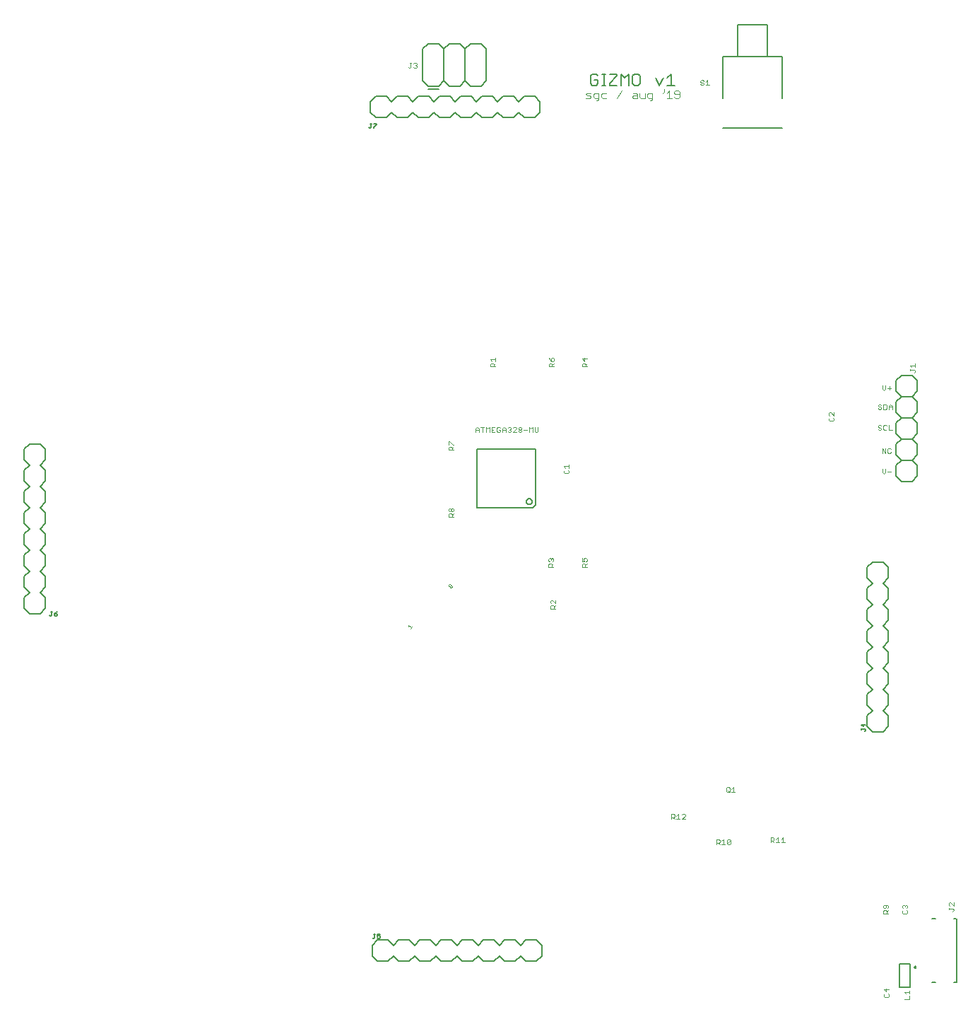
<source format=gbr>
G04 EAGLE Gerber RS-274X export*
G75*
%MOMM*%
%FSLAX34Y34*%
%LPD*%
%INSilkscreen Top*%
%IPPOS*%
%AMOC8*
5,1,8,0,0,1.08239X$1,22.5*%
G01*
%ADD10C,0.101600*%
%ADD11C,0.076200*%
%ADD12C,0.152400*%
%ADD13C,0.127000*%
%ADD14C,0.200000*%
%ADD15C,0.203200*%


D10*
X623008Y715508D02*
X623008Y719501D01*
X625004Y721497D01*
X627001Y719501D01*
X627001Y715508D01*
X627001Y718503D02*
X623008Y718503D01*
X631450Y715508D02*
X631450Y721497D01*
X629454Y721497D02*
X633446Y721497D01*
X635899Y721497D02*
X635899Y715508D01*
X637895Y719501D02*
X635899Y721497D01*
X637895Y719501D02*
X639892Y721497D01*
X639892Y715508D01*
X642345Y721497D02*
X646337Y721497D01*
X642345Y721497D02*
X642345Y715508D01*
X646337Y715508D01*
X644341Y718503D02*
X642345Y718503D01*
X651785Y721497D02*
X652783Y720499D01*
X651785Y721497D02*
X649788Y721497D01*
X648790Y720499D01*
X648790Y716506D01*
X649788Y715508D01*
X651785Y715508D01*
X652783Y716506D01*
X652783Y718503D01*
X650786Y718503D01*
X655236Y719501D02*
X655236Y715508D01*
X655236Y719501D02*
X657232Y721497D01*
X659228Y719501D01*
X659228Y715508D01*
X659228Y718503D02*
X655236Y718503D01*
X661681Y720499D02*
X662679Y721497D01*
X664676Y721497D01*
X665674Y720499D01*
X665674Y719501D01*
X664676Y718503D01*
X663677Y718503D01*
X664676Y718503D02*
X665674Y717504D01*
X665674Y716506D01*
X664676Y715508D01*
X662679Y715508D01*
X661681Y716506D01*
X668127Y715508D02*
X672119Y715508D01*
X668127Y715508D02*
X672119Y719501D01*
X672119Y720499D01*
X671121Y721497D01*
X669125Y721497D01*
X668127Y720499D01*
X674572Y720499D02*
X675570Y721497D01*
X677567Y721497D01*
X678565Y720499D01*
X678565Y719501D01*
X677567Y718503D01*
X678565Y717504D01*
X678565Y716506D01*
X677567Y715508D01*
X675570Y715508D01*
X674572Y716506D01*
X674572Y717504D01*
X675570Y718503D01*
X674572Y719501D01*
X674572Y720499D01*
X675570Y718503D02*
X677567Y718503D01*
X681018Y718503D02*
X685010Y718503D01*
X687463Y721497D02*
X687463Y715508D01*
X689459Y719501D02*
X687463Y721497D01*
X689459Y719501D02*
X691456Y721497D01*
X691456Y715508D01*
X693909Y716506D02*
X693909Y721497D01*
X693909Y716506D02*
X694907Y715508D01*
X696903Y715508D01*
X697901Y716506D01*
X697901Y721497D01*
D11*
X543000Y484538D02*
X543000Y482538D01*
X543000Y484538D02*
X546000Y481539D01*
X546999Y482538D02*
X545000Y480539D01*
X590873Y531410D02*
X590873Y532410D01*
X591873Y533410D01*
X592872Y533410D01*
X593372Y532910D01*
X593372Y531910D01*
X594372Y531910D01*
X594872Y531410D01*
X594872Y530411D01*
X593872Y529411D01*
X592872Y529411D01*
X592372Y529911D01*
X592372Y530911D01*
X591373Y530911D01*
X590873Y531410D01*
X592372Y530911D02*
X593372Y531910D01*
D10*
X1110508Y767504D02*
X1110508Y771497D01*
X1110508Y767504D02*
X1112504Y765508D01*
X1114501Y767504D01*
X1114501Y771497D01*
X1116954Y768503D02*
X1120946Y768503D01*
X1118950Y770499D02*
X1118950Y766506D01*
X1108503Y723997D02*
X1109501Y722999D01*
X1108503Y723997D02*
X1106506Y723997D01*
X1105508Y722999D01*
X1105508Y722001D01*
X1106506Y721003D01*
X1108503Y721003D01*
X1109501Y720004D01*
X1109501Y719006D01*
X1108503Y718008D01*
X1106506Y718008D01*
X1105508Y719006D01*
X1114948Y723997D02*
X1115946Y722999D01*
X1114948Y723997D02*
X1112952Y723997D01*
X1111954Y722999D01*
X1111954Y719006D01*
X1112952Y718008D01*
X1114948Y718008D01*
X1115946Y719006D01*
X1118399Y718008D02*
X1118399Y723997D01*
X1118399Y718008D02*
X1122392Y718008D01*
X1109501Y747999D02*
X1108503Y748997D01*
X1106506Y748997D01*
X1105508Y747999D01*
X1105508Y747001D01*
X1106506Y746003D01*
X1108503Y746003D01*
X1109501Y745004D01*
X1109501Y744006D01*
X1108503Y743008D01*
X1106506Y743008D01*
X1105508Y744006D01*
X1111954Y743008D02*
X1111954Y748997D01*
X1111954Y743008D02*
X1114948Y743008D01*
X1115946Y744006D01*
X1115946Y747999D01*
X1114948Y748997D01*
X1111954Y748997D01*
X1118399Y747001D02*
X1118399Y743008D01*
X1118399Y747001D02*
X1120395Y748997D01*
X1122392Y747001D01*
X1122392Y743008D01*
X1122392Y746003D02*
X1118399Y746003D01*
X1110508Y671497D02*
X1110508Y667504D01*
X1112504Y665508D01*
X1114501Y667504D01*
X1114501Y671497D01*
X1116954Y668503D02*
X1120946Y668503D01*
X1110508Y690508D02*
X1110508Y696497D01*
X1114501Y690508D01*
X1114501Y696497D01*
X1119948Y696497D02*
X1120946Y695499D01*
X1119948Y696497D02*
X1117952Y696497D01*
X1116954Y695499D01*
X1116954Y691506D01*
X1117952Y690508D01*
X1119948Y690508D01*
X1120946Y691506D01*
D12*
X769754Y1142002D02*
X767506Y1144250D01*
X763010Y1144250D01*
X760762Y1142002D01*
X760762Y1133010D01*
X763010Y1130762D01*
X767506Y1130762D01*
X769754Y1133010D01*
X769754Y1137506D01*
X765258Y1137506D01*
X774574Y1130762D02*
X779070Y1130762D01*
X776822Y1130762D02*
X776822Y1144250D01*
X774574Y1144250D02*
X779070Y1144250D01*
X783782Y1144250D02*
X792773Y1144250D01*
X792773Y1142002D01*
X783782Y1133010D01*
X783782Y1130762D01*
X792773Y1130762D01*
X797593Y1130762D02*
X797593Y1144250D01*
X802089Y1139754D01*
X806585Y1144250D01*
X806585Y1130762D01*
X813653Y1144250D02*
X818149Y1144250D01*
X813653Y1144250D02*
X811405Y1142002D01*
X811405Y1133010D01*
X813653Y1130762D01*
X818149Y1130762D01*
X820397Y1133010D01*
X820397Y1142002D01*
X818149Y1144250D01*
X839029Y1139754D02*
X843525Y1130762D01*
X848020Y1139754D01*
X852841Y1139754D02*
X857336Y1144250D01*
X857336Y1130762D01*
X852841Y1130762D02*
X861832Y1130762D01*
D10*
X760004Y1115508D02*
X755508Y1115508D01*
X760004Y1115508D02*
X761502Y1117007D01*
X760004Y1118505D01*
X757007Y1118505D01*
X755508Y1120004D01*
X757007Y1121502D01*
X761502Y1121502D01*
X767713Y1112511D02*
X769212Y1112511D01*
X770710Y1114009D01*
X770710Y1121502D01*
X766214Y1121502D01*
X764716Y1120004D01*
X764716Y1117007D01*
X766214Y1115508D01*
X770710Y1115508D01*
X775422Y1121502D02*
X779918Y1121502D01*
X775422Y1121502D02*
X773924Y1120004D01*
X773924Y1117007D01*
X775422Y1115508D01*
X779918Y1115508D01*
X792339Y1115508D02*
X798334Y1124500D01*
X812254Y1121502D02*
X815251Y1121502D01*
X816750Y1120004D01*
X816750Y1115508D01*
X812254Y1115508D01*
X810755Y1117007D01*
X812254Y1118505D01*
X816750Y1118505D01*
X819963Y1117007D02*
X819963Y1121502D01*
X819963Y1117007D02*
X821462Y1115508D01*
X825957Y1115508D01*
X825957Y1121502D01*
X832168Y1112511D02*
X833667Y1112511D01*
X835165Y1114009D01*
X835165Y1121502D01*
X830669Y1121502D01*
X829171Y1120004D01*
X829171Y1117007D01*
X830669Y1115508D01*
X835165Y1115508D01*
X849085Y1123001D02*
X849085Y1125998D01*
X849085Y1123001D02*
X847586Y1121502D01*
X852190Y1121502D02*
X855188Y1124500D01*
X855188Y1115508D01*
X858185Y1115508D02*
X852190Y1115508D01*
X861398Y1117007D02*
X862897Y1115508D01*
X865894Y1115508D01*
X867393Y1117007D01*
X867393Y1123001D01*
X865894Y1124500D01*
X862897Y1124500D01*
X861398Y1123001D01*
X861398Y1121502D01*
X862897Y1120004D01*
X867393Y1120004D01*
D12*
X624950Y695050D02*
X624950Y624950D01*
X624950Y695050D02*
X695050Y695050D01*
X695050Y628500D01*
X691500Y624950D02*
X624950Y624950D01*
X691500Y624950D02*
X695050Y628500D01*
X683840Y632568D02*
X683842Y632687D01*
X683848Y632807D01*
X683858Y632926D01*
X683872Y633044D01*
X683890Y633162D01*
X683911Y633280D01*
X683937Y633396D01*
X683966Y633512D01*
X684000Y633627D01*
X684037Y633740D01*
X684078Y633852D01*
X684122Y633963D01*
X684170Y634073D01*
X684222Y634180D01*
X684277Y634286D01*
X684336Y634390D01*
X684399Y634492D01*
X684464Y634591D01*
X684533Y634689D01*
X684605Y634784D01*
X684680Y634877D01*
X684759Y634967D01*
X684840Y635055D01*
X684924Y635139D01*
X685011Y635221D01*
X685100Y635300D01*
X685192Y635376D01*
X685287Y635449D01*
X685384Y635519D01*
X685483Y635585D01*
X685585Y635648D01*
X685688Y635708D01*
X685793Y635764D01*
X685900Y635817D01*
X686009Y635866D01*
X686120Y635912D01*
X686232Y635953D01*
X686345Y635991D01*
X686459Y636026D01*
X686575Y636056D01*
X686691Y636083D01*
X686808Y636105D01*
X686926Y636124D01*
X687045Y636139D01*
X687164Y636150D01*
X687283Y636157D01*
X687402Y636160D01*
X687522Y636159D01*
X687641Y636154D01*
X687760Y636145D01*
X687879Y636132D01*
X687997Y636115D01*
X688114Y636095D01*
X688231Y636070D01*
X688347Y636041D01*
X688462Y636009D01*
X688576Y635973D01*
X688689Y635933D01*
X688800Y635889D01*
X688909Y635842D01*
X689017Y635791D01*
X689124Y635737D01*
X689228Y635679D01*
X689330Y635617D01*
X689431Y635553D01*
X689529Y635484D01*
X689625Y635413D01*
X689718Y635339D01*
X689809Y635261D01*
X689897Y635181D01*
X689982Y635097D01*
X690065Y635011D01*
X690145Y634922D01*
X690222Y634831D01*
X690295Y634737D01*
X690366Y634640D01*
X690433Y634542D01*
X690497Y634441D01*
X690558Y634338D01*
X690615Y634233D01*
X690668Y634127D01*
X690718Y634018D01*
X690765Y633908D01*
X690807Y633797D01*
X690846Y633684D01*
X690882Y633570D01*
X690913Y633454D01*
X690940Y633338D01*
X690964Y633221D01*
X690984Y633103D01*
X691000Y632985D01*
X691012Y632866D01*
X691020Y632747D01*
X691024Y632628D01*
X691024Y632508D01*
X691020Y632389D01*
X691012Y632270D01*
X691000Y632151D01*
X690984Y632033D01*
X690964Y631915D01*
X690940Y631798D01*
X690913Y631682D01*
X690882Y631566D01*
X690846Y631452D01*
X690807Y631339D01*
X690765Y631228D01*
X690718Y631118D01*
X690668Y631009D01*
X690615Y630903D01*
X690558Y630798D01*
X690497Y630695D01*
X690433Y630594D01*
X690366Y630496D01*
X690295Y630399D01*
X690222Y630305D01*
X690145Y630214D01*
X690065Y630125D01*
X689982Y630039D01*
X689897Y629955D01*
X689809Y629875D01*
X689718Y629797D01*
X689625Y629723D01*
X689529Y629652D01*
X689431Y629583D01*
X689330Y629519D01*
X689228Y629457D01*
X689124Y629399D01*
X689017Y629345D01*
X688909Y629294D01*
X688800Y629247D01*
X688689Y629203D01*
X688576Y629163D01*
X688462Y629127D01*
X688347Y629095D01*
X688231Y629066D01*
X688114Y629041D01*
X687997Y629021D01*
X687879Y629004D01*
X687760Y628991D01*
X687641Y628982D01*
X687522Y628977D01*
X687402Y628976D01*
X687283Y628979D01*
X687164Y628986D01*
X687045Y628997D01*
X686926Y629012D01*
X686808Y629031D01*
X686691Y629053D01*
X686575Y629080D01*
X686459Y629110D01*
X686345Y629145D01*
X686232Y629183D01*
X686120Y629224D01*
X686009Y629270D01*
X685900Y629319D01*
X685793Y629372D01*
X685688Y629428D01*
X685585Y629488D01*
X685483Y629551D01*
X685384Y629617D01*
X685287Y629687D01*
X685192Y629760D01*
X685100Y629836D01*
X685011Y629915D01*
X684924Y629997D01*
X684840Y630081D01*
X684759Y630169D01*
X684680Y630259D01*
X684605Y630352D01*
X684533Y630447D01*
X684464Y630545D01*
X684399Y630644D01*
X684336Y630746D01*
X684277Y630850D01*
X684222Y630956D01*
X684170Y631063D01*
X684122Y631173D01*
X684078Y631284D01*
X684037Y631396D01*
X684000Y631509D01*
X683966Y631624D01*
X683937Y631740D01*
X683911Y631856D01*
X683890Y631974D01*
X683872Y632092D01*
X683858Y632210D01*
X683848Y632329D01*
X683842Y632449D01*
X683840Y632568D01*
D10*
X646872Y794063D02*
X640883Y794063D01*
X640883Y797057D01*
X641881Y798055D01*
X643877Y798055D01*
X644876Y797057D01*
X644876Y794063D01*
X644876Y796059D02*
X646872Y798055D01*
X642879Y800508D02*
X640883Y802504D01*
X646872Y802504D01*
X646872Y800508D02*
X646872Y804501D01*
X713123Y504063D02*
X719112Y504063D01*
X713123Y504063D02*
X713123Y507057D01*
X714121Y508055D01*
X716117Y508055D01*
X717116Y507057D01*
X717116Y504063D01*
X717116Y506059D02*
X719112Y508055D01*
X719112Y510508D02*
X719112Y514501D01*
X719112Y510508D02*
X715119Y514501D01*
X714121Y514501D01*
X713123Y513503D01*
X713123Y511506D01*
X714121Y510508D01*
X716612Y554063D02*
X710623Y554063D01*
X710623Y557057D01*
X711621Y558055D01*
X713617Y558055D01*
X714616Y557057D01*
X714616Y554063D01*
X714616Y556059D02*
X716612Y558055D01*
X711621Y560508D02*
X710623Y561506D01*
X710623Y563503D01*
X711621Y564501D01*
X712619Y564501D01*
X713617Y563503D01*
X713617Y562504D01*
X713617Y563503D02*
X714616Y564501D01*
X715614Y564501D01*
X716612Y563503D01*
X716612Y561506D01*
X715614Y560508D01*
X750883Y794063D02*
X756872Y794063D01*
X750883Y794063D02*
X750883Y797057D01*
X751881Y798055D01*
X753877Y798055D01*
X754876Y797057D01*
X754876Y794063D01*
X754876Y796059D02*
X756872Y798055D01*
X756872Y803503D02*
X750883Y803503D01*
X753877Y800508D01*
X753877Y804501D01*
X756612Y554063D02*
X750623Y554063D01*
X750623Y557057D01*
X751621Y558055D01*
X753617Y558055D01*
X754616Y557057D01*
X754616Y554063D01*
X754616Y556059D02*
X756612Y558055D01*
X750623Y560508D02*
X750623Y564501D01*
X750623Y560508D02*
X753617Y560508D01*
X752619Y562504D01*
X752619Y563503D01*
X753617Y564501D01*
X755614Y564501D01*
X756612Y563503D01*
X756612Y561506D01*
X755614Y560508D01*
X716872Y794063D02*
X710883Y794063D01*
X710883Y797057D01*
X711881Y798055D01*
X713877Y798055D01*
X714876Y797057D01*
X714876Y794063D01*
X714876Y796059D02*
X716872Y798055D01*
X711881Y802504D02*
X710883Y804501D01*
X711881Y802504D02*
X713877Y800508D01*
X715874Y800508D01*
X716872Y801506D01*
X716872Y803503D01*
X715874Y804501D01*
X714876Y804501D01*
X713877Y803503D01*
X713877Y800508D01*
X596872Y694063D02*
X590883Y694063D01*
X590883Y697057D01*
X591881Y698055D01*
X593877Y698055D01*
X594876Y697057D01*
X594876Y694063D01*
X594876Y696059D02*
X596872Y698055D01*
X590883Y700508D02*
X590883Y704501D01*
X591881Y704501D01*
X595874Y700508D01*
X596872Y700508D01*
X596872Y614063D02*
X590883Y614063D01*
X590883Y617057D01*
X591881Y618055D01*
X593877Y618055D01*
X594876Y617057D01*
X594876Y614063D01*
X594876Y616059D02*
X596872Y618055D01*
X591881Y620508D02*
X590883Y621506D01*
X590883Y623503D01*
X591881Y624501D01*
X592879Y624501D01*
X593877Y623503D01*
X594876Y624501D01*
X595874Y624501D01*
X596872Y623503D01*
X596872Y621506D01*
X595874Y620508D01*
X594876Y620508D01*
X593877Y621506D01*
X592879Y620508D01*
X591881Y620508D01*
X593877Y621506D02*
X593877Y623503D01*
D13*
X919200Y1079900D02*
X990800Y1079900D01*
X937450Y1164950D02*
X919450Y1164950D01*
X937450Y1164950D02*
X972550Y1164950D01*
X990550Y1164950D01*
X972550Y1164950D02*
X972550Y1203500D01*
X937450Y1203500D01*
X937450Y1164950D01*
X919450Y1164950D02*
X919450Y1115000D01*
X990550Y1115150D02*
X990550Y1164950D01*
D10*
X896669Y1135969D02*
X895671Y1136967D01*
X893674Y1136967D01*
X892676Y1135969D01*
X892676Y1134970D01*
X893674Y1133972D01*
X895671Y1133972D01*
X896669Y1132974D01*
X896669Y1131976D01*
X895671Y1130978D01*
X893674Y1130978D01*
X892676Y1131976D01*
X899122Y1134970D02*
X901118Y1136967D01*
X901118Y1130978D01*
X899122Y1130978D02*
X903115Y1130978D01*
D14*
X1149000Y75000D02*
X1149002Y75063D01*
X1149008Y75125D01*
X1149018Y75187D01*
X1149031Y75249D01*
X1149049Y75309D01*
X1149070Y75368D01*
X1149095Y75426D01*
X1149124Y75482D01*
X1149156Y75536D01*
X1149191Y75588D01*
X1149229Y75637D01*
X1149271Y75685D01*
X1149315Y75729D01*
X1149363Y75771D01*
X1149412Y75809D01*
X1149464Y75844D01*
X1149518Y75876D01*
X1149574Y75905D01*
X1149632Y75930D01*
X1149691Y75951D01*
X1149751Y75969D01*
X1149813Y75982D01*
X1149875Y75992D01*
X1149937Y75998D01*
X1150000Y76000D01*
X1150063Y75998D01*
X1150125Y75992D01*
X1150187Y75982D01*
X1150249Y75969D01*
X1150309Y75951D01*
X1150368Y75930D01*
X1150426Y75905D01*
X1150482Y75876D01*
X1150536Y75844D01*
X1150588Y75809D01*
X1150637Y75771D01*
X1150685Y75729D01*
X1150729Y75685D01*
X1150771Y75637D01*
X1150809Y75588D01*
X1150844Y75536D01*
X1150876Y75482D01*
X1150905Y75426D01*
X1150930Y75368D01*
X1150951Y75309D01*
X1150969Y75249D01*
X1150982Y75187D01*
X1150992Y75125D01*
X1150998Y75063D01*
X1151000Y75000D01*
X1150998Y74937D01*
X1150992Y74875D01*
X1150982Y74813D01*
X1150969Y74751D01*
X1150951Y74691D01*
X1150930Y74632D01*
X1150905Y74574D01*
X1150876Y74518D01*
X1150844Y74464D01*
X1150809Y74412D01*
X1150771Y74363D01*
X1150729Y74315D01*
X1150685Y74271D01*
X1150637Y74229D01*
X1150588Y74191D01*
X1150536Y74156D01*
X1150482Y74124D01*
X1150426Y74095D01*
X1150368Y74070D01*
X1150309Y74049D01*
X1150249Y74031D01*
X1150187Y74018D01*
X1150125Y74008D01*
X1150063Y74002D01*
X1150000Y74000D01*
X1149937Y74002D01*
X1149875Y74008D01*
X1149813Y74018D01*
X1149751Y74031D01*
X1149691Y74049D01*
X1149632Y74070D01*
X1149574Y74095D01*
X1149518Y74124D01*
X1149464Y74156D01*
X1149412Y74191D01*
X1149363Y74229D01*
X1149315Y74271D01*
X1149271Y74315D01*
X1149229Y74363D01*
X1149191Y74412D01*
X1149156Y74464D01*
X1149124Y74518D01*
X1149095Y74574D01*
X1149070Y74632D01*
X1149049Y74691D01*
X1149031Y74751D01*
X1149018Y74813D01*
X1149008Y74875D01*
X1149002Y74937D01*
X1149000Y75000D01*
D13*
X1199500Y57000D02*
X1199500Y133000D01*
X1174000Y57000D02*
X1170000Y57000D01*
X1170000Y133000D02*
X1174000Y133000D01*
X1196000Y57000D02*
X1199000Y57000D01*
X1199000Y133000D02*
X1196000Y133000D01*
D10*
X1194955Y141964D02*
X1195953Y142962D01*
X1195953Y143960D01*
X1194955Y144958D01*
X1189964Y144958D01*
X1189964Y143960D02*
X1189964Y145957D01*
X1195953Y148409D02*
X1195953Y152402D01*
X1195953Y148409D02*
X1191960Y152402D01*
X1190962Y152402D01*
X1189964Y151404D01*
X1189964Y149408D01*
X1190962Y148409D01*
X1135651Y143151D02*
X1134653Y142153D01*
X1134653Y140156D01*
X1135651Y139158D01*
X1139644Y139158D01*
X1140642Y140156D01*
X1140642Y142153D01*
X1139644Y143151D01*
X1135651Y145604D02*
X1134653Y146602D01*
X1134653Y148598D01*
X1135651Y149596D01*
X1136649Y149596D01*
X1137647Y148598D01*
X1137647Y147600D01*
X1137647Y148598D02*
X1138646Y149596D01*
X1139644Y149596D01*
X1140642Y148598D01*
X1140642Y146602D01*
X1139644Y145604D01*
X1113151Y43151D02*
X1112153Y42153D01*
X1112153Y40156D01*
X1113151Y39158D01*
X1117144Y39158D01*
X1118142Y40156D01*
X1118142Y42153D01*
X1117144Y43151D01*
X1118142Y48598D02*
X1112153Y48598D01*
X1115147Y45604D01*
X1115147Y49596D01*
X1117842Y138967D02*
X1111853Y138967D01*
X1111853Y141962D01*
X1112851Y142960D01*
X1114847Y142960D01*
X1115846Y141962D01*
X1115846Y138967D01*
X1115846Y140963D02*
X1117842Y142960D01*
X1116844Y145413D02*
X1117842Y146411D01*
X1117842Y148407D01*
X1116844Y149405D01*
X1112851Y149405D01*
X1111853Y148407D01*
X1111853Y146411D01*
X1112851Y145413D01*
X1113849Y145413D01*
X1114847Y146411D01*
X1114847Y149405D01*
D13*
X1143850Y78970D02*
X1143850Y51030D01*
X1131150Y51030D01*
X1131150Y78970D01*
X1143850Y78970D01*
D10*
X1142882Y36667D02*
X1136893Y36667D01*
X1142882Y36667D02*
X1142882Y40660D01*
X1138889Y43113D02*
X1136893Y45109D01*
X1142882Y45109D01*
X1142882Y43113D02*
X1142882Y47105D01*
D12*
X1152700Y688250D02*
X1152700Y700950D01*
X1152700Y688250D02*
X1146350Y681900D01*
X1133650Y681900D01*
X1127300Y688250D01*
X1152700Y726350D02*
X1146350Y732700D01*
X1152700Y726350D02*
X1152700Y713650D01*
X1146350Y707300D01*
X1133650Y707300D01*
X1127300Y713650D01*
X1127300Y726350D01*
X1133650Y732700D01*
X1146350Y707300D02*
X1152700Y700950D01*
X1133650Y707300D02*
X1127300Y700950D01*
X1127300Y688250D01*
X1152700Y764450D02*
X1152700Y777150D01*
X1152700Y764450D02*
X1146350Y758100D01*
X1133650Y758100D01*
X1127300Y764450D01*
X1146350Y758100D02*
X1152700Y751750D01*
X1152700Y739050D01*
X1146350Y732700D01*
X1133650Y732700D01*
X1127300Y739050D01*
X1127300Y751750D01*
X1133650Y758100D01*
X1133650Y783500D02*
X1146350Y783500D01*
X1152700Y777150D01*
X1133650Y783500D02*
X1127300Y777150D01*
X1127300Y764450D01*
X1152700Y675550D02*
X1152700Y662850D01*
X1146350Y656500D01*
X1133650Y656500D01*
X1127300Y662850D01*
X1146350Y681900D02*
X1152700Y675550D01*
X1133650Y681900D02*
X1127300Y675550D01*
X1127300Y662850D01*
D10*
X1148782Y786879D02*
X1149780Y787877D01*
X1149780Y788875D01*
X1148782Y789874D01*
X1143791Y789874D01*
X1143791Y790872D02*
X1143791Y788875D01*
X1145787Y793325D02*
X1143791Y795321D01*
X1149780Y795321D01*
X1149780Y793325D02*
X1149780Y797317D01*
D15*
X566150Y1129800D02*
X559800Y1136150D01*
X578850Y1129800D02*
X585200Y1136150D01*
X591550Y1129800D01*
X604250Y1129800D02*
X610600Y1136150D01*
X616950Y1129800D01*
X629650Y1129800D02*
X636000Y1136150D01*
X559800Y1136150D02*
X559800Y1174250D01*
X566150Y1180600D01*
X578850Y1180600D01*
X585200Y1174250D01*
X591550Y1180600D01*
X604250Y1180600D01*
X610600Y1174250D01*
X616950Y1180600D01*
X629650Y1180600D01*
X636000Y1174250D01*
X585200Y1174250D02*
X585200Y1136150D01*
X610600Y1136150D02*
X610600Y1174250D01*
X636000Y1174250D02*
X636000Y1136150D01*
X629650Y1129800D02*
X616950Y1129800D01*
X604250Y1129800D02*
X591550Y1129800D01*
X578850Y1129800D02*
X566150Y1129800D01*
X566150Y1126450D02*
X578850Y1126450D01*
D10*
X543415Y1151648D02*
X542417Y1152646D01*
X543415Y1151648D02*
X544413Y1151648D01*
X545412Y1152646D01*
X545412Y1157637D01*
X546410Y1157637D02*
X544413Y1157637D01*
X548863Y1156639D02*
X549861Y1157637D01*
X551857Y1157637D01*
X552855Y1156639D01*
X552855Y1155641D01*
X551857Y1154643D01*
X550859Y1154643D01*
X551857Y1154643D02*
X552855Y1153644D01*
X552855Y1152646D01*
X551857Y1151648D01*
X549861Y1151648D01*
X548863Y1152646D01*
X729701Y670310D02*
X728703Y669312D01*
X728703Y667315D01*
X729701Y666317D01*
X733694Y666317D01*
X734692Y667315D01*
X734692Y669312D01*
X733694Y670310D01*
X730699Y672763D02*
X728703Y674759D01*
X734692Y674759D01*
X734692Y672763D02*
X734692Y676755D01*
D15*
X1092300Y528250D02*
X1092300Y515550D01*
X1092300Y528250D02*
X1098650Y534600D01*
X1111350Y534600D02*
X1117700Y528250D01*
X1092300Y490150D02*
X1098650Y483800D01*
X1092300Y490150D02*
X1092300Y502850D01*
X1098650Y509200D01*
X1111350Y509200D02*
X1117700Y502850D01*
X1117700Y490150D01*
X1111350Y483800D01*
X1098650Y509200D02*
X1092300Y515550D01*
X1111350Y509200D02*
X1117700Y515550D01*
X1117700Y528250D01*
X1092300Y452050D02*
X1092300Y439350D01*
X1092300Y452050D02*
X1098650Y458400D01*
X1111350Y458400D02*
X1117700Y452050D01*
X1098650Y458400D02*
X1092300Y464750D01*
X1092300Y477450D01*
X1098650Y483800D01*
X1111350Y483800D02*
X1117700Y477450D01*
X1117700Y464750D01*
X1111350Y458400D01*
X1092300Y413950D02*
X1098650Y407600D01*
X1092300Y413950D02*
X1092300Y426650D01*
X1098650Y433000D01*
X1111350Y433000D02*
X1117700Y426650D01*
X1117700Y413950D01*
X1111350Y407600D01*
X1098650Y433000D02*
X1092300Y439350D01*
X1111350Y433000D02*
X1117700Y439350D01*
X1117700Y452050D01*
X1092300Y375850D02*
X1092300Y363150D01*
X1092300Y375850D02*
X1098650Y382200D01*
X1111350Y382200D02*
X1117700Y375850D01*
X1098650Y382200D02*
X1092300Y388550D01*
X1092300Y401250D01*
X1098650Y407600D01*
X1111350Y407600D02*
X1117700Y401250D01*
X1117700Y388550D01*
X1111350Y382200D01*
X1111350Y356800D02*
X1098650Y356800D01*
X1092300Y363150D01*
X1111350Y356800D02*
X1117700Y363150D01*
X1117700Y375850D01*
X1092300Y540950D02*
X1092300Y553650D01*
X1098650Y560000D01*
X1111350Y560000D01*
X1117700Y553650D01*
X1098650Y534600D02*
X1092300Y540950D01*
X1111350Y534600D02*
X1117700Y540950D01*
X1117700Y553650D01*
D13*
X1090395Y358240D02*
X1089590Y357435D01*
X1090395Y358240D02*
X1090395Y359045D01*
X1089590Y359850D01*
X1085565Y359850D01*
X1085565Y359045D02*
X1085565Y360655D01*
X1085565Y365463D02*
X1090395Y365463D01*
X1087980Y363048D02*
X1085565Y365463D01*
X1087980Y366268D02*
X1087980Y363048D01*
D15*
X670750Y107700D02*
X658050Y107700D01*
X670750Y107700D02*
X677100Y101350D01*
X677100Y88650D02*
X670750Y82300D01*
X632650Y107700D02*
X626300Y101350D01*
X632650Y107700D02*
X645350Y107700D01*
X651700Y101350D01*
X651700Y88650D02*
X645350Y82300D01*
X632650Y82300D01*
X626300Y88650D01*
X651700Y101350D02*
X658050Y107700D01*
X651700Y88650D02*
X658050Y82300D01*
X670750Y82300D01*
X594550Y107700D02*
X581850Y107700D01*
X594550Y107700D02*
X600900Y101350D01*
X600900Y88650D02*
X594550Y82300D01*
X600900Y101350D02*
X607250Y107700D01*
X619950Y107700D01*
X626300Y101350D01*
X626300Y88650D02*
X619950Y82300D01*
X607250Y82300D01*
X600900Y88650D01*
X556450Y107700D02*
X550100Y101350D01*
X556450Y107700D02*
X569150Y107700D01*
X575500Y101350D01*
X575500Y88650D02*
X569150Y82300D01*
X556450Y82300D01*
X550100Y88650D01*
X575500Y101350D02*
X581850Y107700D01*
X575500Y88650D02*
X581850Y82300D01*
X594550Y82300D01*
X518350Y107700D02*
X505650Y107700D01*
X518350Y107700D02*
X524700Y101350D01*
X524700Y88650D02*
X518350Y82300D01*
X524700Y101350D02*
X531050Y107700D01*
X543750Y107700D01*
X550100Y101350D01*
X550100Y88650D02*
X543750Y82300D01*
X531050Y82300D01*
X524700Y88650D01*
X499300Y88650D02*
X499300Y101350D01*
X505650Y107700D01*
X499300Y88650D02*
X505650Y82300D01*
X518350Y82300D01*
X683450Y107700D02*
X696150Y107700D01*
X702500Y101350D01*
X702500Y88650D01*
X696150Y82300D01*
X677100Y101350D02*
X683450Y107700D01*
X677100Y88650D02*
X683450Y82300D01*
X696150Y82300D01*
D13*
X500740Y109605D02*
X499935Y110410D01*
X500740Y109605D02*
X501545Y109605D01*
X502350Y110410D01*
X502350Y114435D01*
X501545Y114435D02*
X503155Y114435D01*
X505548Y114435D02*
X508768Y114435D01*
X505548Y114435D02*
X505548Y112020D01*
X507158Y112825D01*
X507963Y112825D01*
X508768Y112020D01*
X508768Y110410D01*
X507963Y109605D01*
X506353Y109605D01*
X505548Y110410D01*
D15*
X82300Y657050D02*
X82300Y669750D01*
X88650Y676100D01*
X101350Y676100D02*
X107700Y669750D01*
X82300Y631650D02*
X88650Y625300D01*
X82300Y631650D02*
X82300Y644350D01*
X88650Y650700D01*
X101350Y650700D02*
X107700Y644350D01*
X107700Y631650D01*
X101350Y625300D01*
X88650Y650700D02*
X82300Y657050D01*
X101350Y650700D02*
X107700Y657050D01*
X107700Y669750D01*
X82300Y593550D02*
X82300Y580850D01*
X82300Y593550D02*
X88650Y599900D01*
X101350Y599900D02*
X107700Y593550D01*
X88650Y599900D02*
X82300Y606250D01*
X82300Y618950D01*
X88650Y625300D01*
X101350Y625300D02*
X107700Y618950D01*
X107700Y606250D01*
X101350Y599900D01*
X82300Y555450D02*
X88650Y549100D01*
X82300Y555450D02*
X82300Y568150D01*
X88650Y574500D01*
X101350Y574500D02*
X107700Y568150D01*
X107700Y555450D01*
X101350Y549100D01*
X88650Y574500D02*
X82300Y580850D01*
X101350Y574500D02*
X107700Y580850D01*
X107700Y593550D01*
X82300Y517350D02*
X82300Y504650D01*
X82300Y517350D02*
X88650Y523700D01*
X101350Y523700D02*
X107700Y517350D01*
X88650Y523700D02*
X82300Y530050D01*
X82300Y542750D01*
X88650Y549100D01*
X101350Y549100D02*
X107700Y542750D01*
X107700Y530050D01*
X101350Y523700D01*
X101350Y498300D02*
X88650Y498300D01*
X82300Y504650D01*
X101350Y498300D02*
X107700Y504650D01*
X107700Y517350D01*
X82300Y682450D02*
X82300Y695150D01*
X88650Y701500D01*
X101350Y701500D01*
X107700Y695150D01*
X88650Y676100D02*
X82300Y682450D01*
X101350Y676100D02*
X107700Y682450D01*
X107700Y695150D01*
D13*
X112939Y496144D02*
X113744Y495339D01*
X114549Y495339D01*
X115354Y496144D01*
X115354Y500169D01*
X114549Y500169D02*
X116159Y500169D01*
X120162Y499364D02*
X121772Y500169D01*
X120162Y499364D02*
X118552Y497754D01*
X118552Y496144D01*
X119357Y495339D01*
X120967Y495339D01*
X121772Y496144D01*
X121772Y496949D01*
X120967Y497754D01*
X118552Y497754D01*
D15*
X656050Y1117700D02*
X668750Y1117700D01*
X675100Y1111350D01*
X675100Y1098650D02*
X668750Y1092300D01*
X630650Y1117700D02*
X624300Y1111350D01*
X630650Y1117700D02*
X643350Y1117700D01*
X649700Y1111350D01*
X649700Y1098650D02*
X643350Y1092300D01*
X630650Y1092300D01*
X624300Y1098650D01*
X649700Y1111350D02*
X656050Y1117700D01*
X649700Y1098650D02*
X656050Y1092300D01*
X668750Y1092300D01*
X592550Y1117700D02*
X579850Y1117700D01*
X592550Y1117700D02*
X598900Y1111350D01*
X598900Y1098650D02*
X592550Y1092300D01*
X598900Y1111350D02*
X605250Y1117700D01*
X617950Y1117700D01*
X624300Y1111350D01*
X624300Y1098650D02*
X617950Y1092300D01*
X605250Y1092300D01*
X598900Y1098650D01*
X554450Y1117700D02*
X548100Y1111350D01*
X554450Y1117700D02*
X567150Y1117700D01*
X573500Y1111350D01*
X573500Y1098650D02*
X567150Y1092300D01*
X554450Y1092300D01*
X548100Y1098650D01*
X573500Y1111350D02*
X579850Y1117700D01*
X573500Y1098650D02*
X579850Y1092300D01*
X592550Y1092300D01*
X516350Y1117700D02*
X503650Y1117700D01*
X516350Y1117700D02*
X522700Y1111350D01*
X522700Y1098650D02*
X516350Y1092300D01*
X522700Y1111350D02*
X529050Y1117700D01*
X541750Y1117700D01*
X548100Y1111350D01*
X548100Y1098650D02*
X541750Y1092300D01*
X529050Y1092300D01*
X522700Y1098650D01*
X497300Y1098650D02*
X497300Y1111350D01*
X503650Y1117700D01*
X497300Y1098650D02*
X503650Y1092300D01*
X516350Y1092300D01*
X681450Y1117700D02*
X694150Y1117700D01*
X700500Y1111350D01*
X700500Y1098650D01*
X694150Y1092300D01*
X675100Y1111350D02*
X681450Y1117700D01*
X675100Y1098650D02*
X681450Y1092300D01*
X694150Y1092300D01*
D13*
X496240Y1079605D02*
X495435Y1080410D01*
X496240Y1079605D02*
X497045Y1079605D01*
X497850Y1080410D01*
X497850Y1084435D01*
X497045Y1084435D02*
X498655Y1084435D01*
X501048Y1084435D02*
X504268Y1084435D01*
X504268Y1083630D01*
X501048Y1080410D01*
X501048Y1079605D01*
D10*
X1046703Y731812D02*
X1047701Y732810D01*
X1046703Y731812D02*
X1046703Y729815D01*
X1047701Y728817D01*
X1051694Y728817D01*
X1052692Y729815D01*
X1052692Y731812D01*
X1051694Y732810D01*
X1052692Y735263D02*
X1052692Y739255D01*
X1052692Y735263D02*
X1048699Y739255D01*
X1047701Y739255D01*
X1046703Y738257D01*
X1046703Y736261D01*
X1047701Y735263D01*
X923562Y289444D02*
X923562Y285452D01*
X923562Y289444D02*
X924561Y290443D01*
X926557Y290443D01*
X927555Y289444D01*
X927555Y285452D01*
X926557Y284453D01*
X924561Y284453D01*
X923562Y285452D01*
X925559Y286450D02*
X927555Y284453D01*
X930008Y288446D02*
X932004Y290443D01*
X932004Y284453D01*
X930008Y284453D02*
X934001Y284453D01*
X911658Y227847D02*
X911658Y221858D01*
X911658Y227847D02*
X914653Y227847D01*
X915651Y226849D01*
X915651Y224853D01*
X914653Y223854D01*
X911658Y223854D01*
X913654Y223854D02*
X915651Y221858D01*
X918104Y225851D02*
X920100Y227847D01*
X920100Y221858D01*
X918104Y221858D02*
X922096Y221858D01*
X924549Y222856D02*
X924549Y226849D01*
X925547Y227847D01*
X927544Y227847D01*
X928542Y226849D01*
X928542Y222856D01*
X927544Y221858D01*
X925547Y221858D01*
X924549Y222856D01*
X928542Y226849D01*
X976658Y224358D02*
X976658Y230347D01*
X979653Y230347D01*
X980651Y229349D01*
X980651Y227353D01*
X979653Y226354D01*
X976658Y226354D01*
X978654Y226354D02*
X980651Y224358D01*
X983104Y228351D02*
X985100Y230347D01*
X985100Y224358D01*
X983104Y224358D02*
X987096Y224358D01*
X989549Y228351D02*
X991545Y230347D01*
X991545Y224358D01*
X989549Y224358D02*
X993542Y224358D01*
X857522Y252158D02*
X857522Y258147D01*
X860516Y258147D01*
X861514Y257149D01*
X861514Y255153D01*
X860516Y254154D01*
X857522Y254154D01*
X859518Y254154D02*
X861514Y252158D01*
X863967Y256151D02*
X865963Y258147D01*
X865963Y252158D01*
X863967Y252158D02*
X867960Y252158D01*
X870413Y252158D02*
X874405Y252158D01*
X870413Y252158D02*
X874405Y256151D01*
X874405Y257149D01*
X873407Y258147D01*
X871411Y258147D01*
X870413Y257149D01*
M02*

</source>
